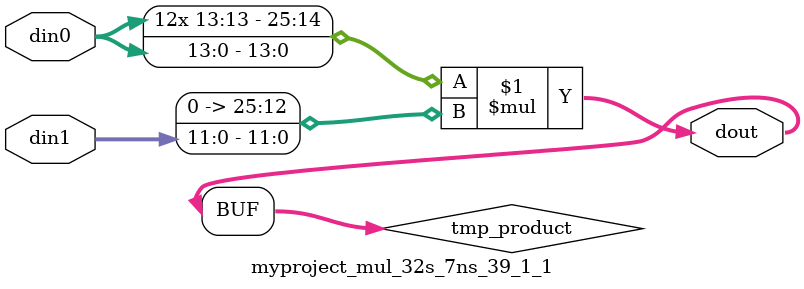
<source format=v>

`timescale 1 ns / 1 ps

  module myproject_mul_32s_7ns_39_1_1(din0, din1, dout);
parameter ID = 1;
parameter NUM_STAGE = 0;
parameter din0_WIDTH = 14;
parameter din1_WIDTH = 12;
parameter dout_WIDTH = 26;

input [din0_WIDTH - 1 : 0] din0; 
input [din1_WIDTH - 1 : 0] din1; 
output [dout_WIDTH - 1 : 0] dout;

wire signed [dout_WIDTH - 1 : 0] tmp_product;












assign tmp_product = $signed(din0) * $signed({1'b0, din1});









assign dout = tmp_product;







endmodule

</source>
